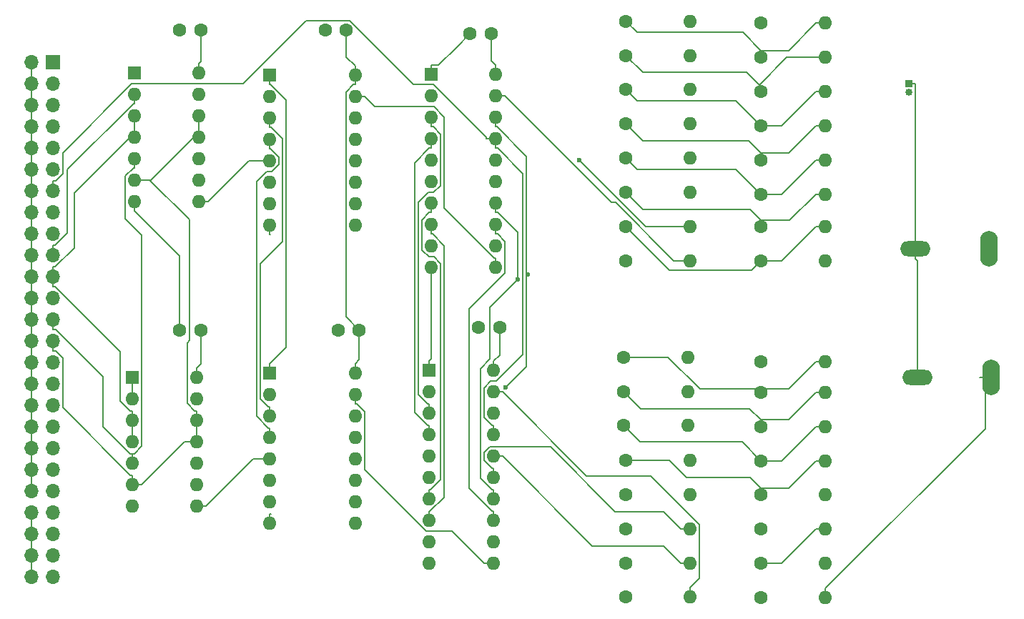
<source format=gbr>
%TF.GenerationSoftware,KiCad,Pcbnew,8.0.1*%
%TF.CreationDate,2024-06-17T09:25:23-04:00*%
%TF.ProjectId,lbporch,6c62706f-7263-4682-9e6b-696361645f70,rev?*%
%TF.SameCoordinates,Original*%
%TF.FileFunction,Copper,L2,Bot*%
%TF.FilePolarity,Positive*%
%FSLAX46Y46*%
G04 Gerber Fmt 4.6, Leading zero omitted, Abs format (unit mm)*
G04 Created by KiCad (PCBNEW 8.0.1) date 2024-06-17 09:25:23*
%MOMM*%
%LPD*%
G01*
G04 APERTURE LIST*
%TA.AperFunction,ComponentPad*%
%ADD10R,1.600000X1.600000*%
%TD*%
%TA.AperFunction,ComponentPad*%
%ADD11O,1.600000X1.600000*%
%TD*%
%TA.AperFunction,ComponentPad*%
%ADD12R,0.850000X0.850000*%
%TD*%
%TA.AperFunction,ComponentPad*%
%ADD13O,0.850000X0.850000*%
%TD*%
%TA.AperFunction,ComponentPad*%
%ADD14C,1.600000*%
%TD*%
%TA.AperFunction,ComponentPad*%
%ADD15O,2.100000X4.200000*%
%TD*%
%TA.AperFunction,ComponentPad*%
%ADD16O,3.600000X1.800000*%
%TD*%
%TA.AperFunction,ComponentPad*%
%ADD17R,1.700000X1.700000*%
%TD*%
%TA.AperFunction,ComponentPad*%
%ADD18O,1.700000X1.700000*%
%TD*%
%TA.AperFunction,ViaPad*%
%ADD19C,0.600000*%
%TD*%
%TA.AperFunction,Conductor*%
%ADD20C,0.200000*%
%TD*%
G04 APERTURE END LIST*
D10*
%TO.P,U2,1*%
%TO.N,/A1*%
X87884000Y-93726000D03*
D11*
%TO.P,U2,2*%
X87884000Y-96266000D03*
%TO.P,U2,3*%
%TO.N,/A2*%
X87884000Y-98806000D03*
%TO.P,U2,4*%
X87884000Y-101346000D03*
%TO.P,U2,5*%
%TO.N,/A4*%
X87884000Y-103886000D03*
%TO.P,U2,6*%
%TO.N,/A5*%
X87884000Y-106426000D03*
%TO.P,U2,7,GND*%
%TO.N,GND*%
X87884000Y-108966000D03*
%TO.P,U2,8*%
%TO.N,Net-(U6-E2)*%
X95504000Y-108966000D03*
%TO.P,U2,9*%
%TO.N,N/C*%
X95504000Y-106426000D03*
%TO.P,U2,10*%
X95504000Y-103886000D03*
%TO.P,U2,11*%
%TO.N,/A5*%
X95504000Y-101346000D03*
%TO.P,U2,12*%
X95504000Y-98806000D03*
%TO.P,U2,13*%
%TO.N,N/C*%
X95504000Y-96266000D03*
%TO.P,U2,14,Vcc*%
%TO.N,+5V*%
X95504000Y-93726000D03*
%TD*%
D12*
%TO.P,J4,1,Pin_1*%
%TO.N,GND*%
X179832000Y-58928000D03*
D13*
%TO.P,J4,2,Pin_2*%
%TO.N,+5V*%
X179832000Y-59928000D03*
%TD*%
D10*
%TO.P,U3,1,OE*%
%TO.N,GND*%
X123261700Y-57870000D03*
D11*
%TO.P,U3,2,O0*%
%TO.N,Net-(U3-O0)*%
X123261700Y-60410000D03*
%TO.P,U3,3,D0*%
%TO.N,/D0*%
X123261700Y-62950000D03*
%TO.P,U3,4,D1*%
%TO.N,/D1*%
X123261700Y-65490000D03*
%TO.P,U3,5,O1*%
%TO.N,Net-(U3-O1)*%
X123261700Y-68030000D03*
%TO.P,U3,6,O2*%
%TO.N,Net-(U3-O2)*%
X123261700Y-70570000D03*
%TO.P,U3,7,D2*%
%TO.N,/D2*%
X123261700Y-73110000D03*
%TO.P,U3,8,D3*%
%TO.N,/D3*%
X123261700Y-75650000D03*
%TO.P,U3,9,O3*%
%TO.N,Net-(U3-O3)*%
X123261700Y-78190000D03*
%TO.P,U3,10,GND*%
%TO.N,GND*%
X123261700Y-80730000D03*
%TO.P,U3,11,Cp*%
%TO.N,Net-(U3-Cp)*%
X130881700Y-80730000D03*
%TO.P,U3,12,O4*%
%TO.N,Net-(U3-O4)*%
X130881700Y-78190000D03*
%TO.P,U3,13,D4*%
%TO.N,/D4*%
X130881700Y-75650000D03*
%TO.P,U3,14,D5*%
%TO.N,/D5*%
X130881700Y-73110000D03*
%TO.P,U3,15,O5*%
%TO.N,Net-(U3-O5)*%
X130881700Y-70570000D03*
%TO.P,U3,16,O6*%
%TO.N,Net-(U3-O6)*%
X130881700Y-68030000D03*
%TO.P,U3,17,D6*%
%TO.N,/D6*%
X130881700Y-65490000D03*
%TO.P,U3,18,D7*%
%TO.N,/D7*%
X130881700Y-62950000D03*
%TO.P,U3,19,O7*%
%TO.N,Net-(U3-O7)*%
X130881700Y-60410000D03*
%TO.P,U3,20,VCC*%
%TO.N,+5V*%
X130881700Y-57870000D03*
%TD*%
D14*
%TO.P,C6,1*%
%TO.N,GND*%
X93492000Y-52578000D03*
%TO.P,C6,2*%
%TO.N,+5V*%
X95992000Y-52578000D03*
%TD*%
%TO.P,R24,1*%
%TO.N,Net-(R23-Pad2)*%
X162306000Y-79926000D03*
D11*
%TO.P,R24,2*%
%TO.N,Net-(J2-In)*%
X169926000Y-79926000D03*
%TD*%
D14*
%TO.P,R17,1*%
%TO.N,GND*%
X162306000Y-51774000D03*
D11*
%TO.P,R17,2*%
%TO.N,Net-(R1-Pad1)*%
X169926000Y-51774000D03*
%TD*%
D14*
%TO.P,R32,1*%
%TO.N,Net-(R15-Pad1)*%
X162306000Y-119804000D03*
D11*
%TO.P,R32,2*%
%TO.N,Net-(J3-In)*%
X169926000Y-119804000D03*
%TD*%
D14*
%TO.P,R18,1*%
%TO.N,Net-(R1-Pad1)*%
X162306000Y-55824000D03*
D11*
%TO.P,R18,2*%
%TO.N,Net-(R18-Pad2)*%
X169926000Y-55824000D03*
%TD*%
D14*
%TO.P,C4,1*%
%TO.N,GND*%
X112248000Y-88138000D03*
%TO.P,C4,2*%
%TO.N,+5V*%
X114748000Y-88138000D03*
%TD*%
D10*
%TO.P,U1,1*%
%TO.N,/A1*%
X88138000Y-57653000D03*
D11*
%TO.P,U1,2*%
X88138000Y-60193000D03*
%TO.P,U1,3*%
%TO.N,/A2*%
X88138000Y-62733000D03*
%TO.P,U1,4*%
X88138000Y-65273000D03*
%TO.P,U1,5*%
%TO.N,/A4*%
X88138000Y-67813000D03*
%TO.P,U1,6*%
%TO.N,/A5*%
X88138000Y-70353000D03*
%TO.P,U1,7,GND*%
%TO.N,GND*%
X88138000Y-72893000D03*
%TO.P,U1,8*%
%TO.N,Net-(U5-E2)*%
X95758000Y-72893000D03*
%TO.P,U1,9*%
%TO.N,N/C*%
X95758000Y-70353000D03*
%TO.P,U1,10*%
X95758000Y-67813000D03*
%TO.P,U1,11*%
%TO.N,/A5*%
X95758000Y-65273000D03*
%TO.P,U1,12*%
X95758000Y-62733000D03*
%TO.P,U1,13*%
%TO.N,N/C*%
X95758000Y-60193000D03*
%TO.P,U1,14,Vcc*%
%TO.N,+5V*%
X95758000Y-57653000D03*
%TD*%
D14*
%TO.P,R26,1*%
%TO.N,Net-(R25-Pad2)*%
X162306000Y-95504000D03*
D11*
%TO.P,R26,2*%
%TO.N,Net-(R10-Pad1)*%
X169926000Y-95504000D03*
%TD*%
D14*
%TO.P,R28,1*%
%TO.N,Net-(R11-Pad1)*%
X162306000Y-103604000D03*
D11*
%TO.P,R28,2*%
%TO.N,Net-(R12-Pad1)*%
X169926000Y-103604000D03*
%TD*%
D14*
%TO.P,R1,1*%
%TO.N,Net-(R1-Pad1)*%
X146304000Y-51548000D03*
D11*
%TO.P,R1,2*%
%TO.N,Net-(U3-O0)*%
X153924000Y-51548000D03*
%TD*%
D14*
%TO.P,R25,1*%
%TO.N,GND*%
X162306000Y-91892000D03*
D11*
%TO.P,R25,2*%
%TO.N,Net-(R25-Pad2)*%
X169926000Y-91892000D03*
%TD*%
D14*
%TO.P,C3,1*%
%TO.N,GND*%
X128849700Y-87842000D03*
%TO.P,C3,2*%
%TO.N,+5V*%
X131349700Y-87842000D03*
%TD*%
%TO.P,R29,1*%
%TO.N,Net-(R12-Pad1)*%
X162306000Y-107654000D03*
D11*
%TO.P,R29,2*%
%TO.N,Net-(R13-Pad1)*%
X169926000Y-107654000D03*
%TD*%
D14*
%TO.P,R13,1*%
%TO.N,Net-(R13-Pad1)*%
X146304000Y-107612000D03*
D11*
%TO.P,R13,2*%
%TO.N,Net-(U4-O4)*%
X153924000Y-107612000D03*
%TD*%
D14*
%TO.P,R20,1*%
%TO.N,Net-(R19-Pad2)*%
X162306000Y-63924000D03*
D11*
%TO.P,R20,2*%
%TO.N,Net-(R20-Pad2)*%
X169926000Y-63924000D03*
%TD*%
D10*
%TO.P,U5,1,A0*%
%TO.N,/A0*%
X104100000Y-57927000D03*
D11*
%TO.P,U5,2,A1*%
%TO.N,/A2*%
X104100000Y-60467000D03*
%TO.P,U5,3,A2*%
%TO.N,/A7*%
X104100000Y-63007000D03*
%TO.P,U5,4,E1*%
%TO.N,/XOUT*%
X104100000Y-65547000D03*
%TO.P,U5,5,E2*%
%TO.N,Net-(U5-E2)*%
X104100000Y-68087000D03*
%TO.P,U5,6,E3*%
%TO.N,unconnected-(U5-E3-Pad6)*%
X104100000Y-70627000D03*
%TO.P,U5,7,O7*%
%TO.N,unconnected-(U5-O7-Pad7)*%
X104100000Y-73167000D03*
%TO.P,U5,8,GND*%
%TO.N,GND*%
X104100000Y-75707000D03*
%TO.P,U5,9,O6*%
%TO.N,unconnected-(U5-O6-Pad9)*%
X114260000Y-75707000D03*
%TO.P,U5,10,O5*%
%TO.N,unconnected-(U5-O5-Pad10)*%
X114260000Y-73167000D03*
%TO.P,U5,11,O4*%
%TO.N,unconnected-(U5-O4-Pad11)*%
X114260000Y-70627000D03*
%TO.P,U5,12,O3*%
%TO.N,unconnected-(U5-O3-Pad12)*%
X114260000Y-68087000D03*
%TO.P,U5,13,O2*%
%TO.N,unconnected-(U5-O2-Pad13)*%
X114260000Y-65547000D03*
%TO.P,U5,14,O1*%
%TO.N,unconnected-(U5-O1-Pad14)*%
X114260000Y-63007000D03*
%TO.P,U5,15,O0*%
%TO.N,Net-(U3-Cp)*%
X114260000Y-60467000D03*
%TO.P,U5,16,VCC*%
%TO.N,+5V*%
X114260000Y-57927000D03*
%TD*%
D14*
%TO.P,R22,1*%
%TO.N,Net-(R21-Pad2)*%
X162306000Y-72024000D03*
D11*
%TO.P,R22,2*%
%TO.N,Net-(R22-Pad2)*%
X169926000Y-72024000D03*
%TD*%
D14*
%TO.P,R31,1*%
%TO.N,Net-(R14-Pad1)*%
X162306000Y-115754000D03*
D11*
%TO.P,R31,2*%
%TO.N,Net-(R15-Pad1)*%
X169926000Y-115754000D03*
%TD*%
D14*
%TO.P,R4,1*%
%TO.N,Net-(R20-Pad2)*%
X146304000Y-63698000D03*
D11*
%TO.P,R4,2*%
%TO.N,Net-(U3-O3)*%
X153924000Y-63698000D03*
%TD*%
D15*
%TO.P,J3,1,In*%
%TO.N,Net-(J3-In)*%
X189515000Y-93726000D03*
D16*
%TO.P,J3,2,Ext*%
%TO.N,GND*%
X180815000Y-93726000D03*
%TD*%
D14*
%TO.P,R14,1*%
%TO.N,Net-(R14-Pad1)*%
X146304000Y-111662000D03*
D11*
%TO.P,R14,2*%
%TO.N,Net-(U4-O5)*%
X153924000Y-111662000D03*
%TD*%
D14*
%TO.P,R16,1*%
%TO.N,Net-(J3-In)*%
X146304000Y-119762000D03*
D11*
%TO.P,R16,2*%
%TO.N,Net-(U4-O7)*%
X153924000Y-119762000D03*
%TD*%
D10*
%TO.P,U6,1,A0*%
%TO.N,/A0*%
X104120000Y-93218000D03*
D11*
%TO.P,U6,2,A1*%
%TO.N,/A3*%
X104120000Y-95758000D03*
%TO.P,U6,3,A2*%
%TO.N,/A7*%
X104120000Y-98298000D03*
%TO.P,U6,4,E1*%
%TO.N,/XOUT*%
X104120000Y-100838000D03*
%TO.P,U6,5,E2*%
%TO.N,Net-(U6-E2)*%
X104120000Y-103378000D03*
%TO.P,U6,6,E3*%
%TO.N,unconnected-(U6-E3-Pad6)*%
X104120000Y-105918000D03*
%TO.P,U6,7,O7*%
%TO.N,unconnected-(U6-O7-Pad7)*%
X104120000Y-108458000D03*
%TO.P,U6,8,GND*%
%TO.N,GND*%
X104120000Y-110998000D03*
%TO.P,U6,9,O6*%
%TO.N,unconnected-(U6-O6-Pad9)*%
X114280000Y-110998000D03*
%TO.P,U6,10,O5*%
%TO.N,unconnected-(U6-O5-Pad10)*%
X114280000Y-108458000D03*
%TO.P,U6,11,O4*%
%TO.N,unconnected-(U6-O4-Pad11)*%
X114280000Y-105918000D03*
%TO.P,U6,12,O3*%
%TO.N,unconnected-(U6-O3-Pad12)*%
X114280000Y-103378000D03*
%TO.P,U6,13,O2*%
%TO.N,unconnected-(U6-O2-Pad13)*%
X114280000Y-100838000D03*
%TO.P,U6,14,O1*%
%TO.N,unconnected-(U6-O1-Pad14)*%
X114280000Y-98298000D03*
%TO.P,U6,15,O0*%
%TO.N,Net-(U4-Cp)*%
X114280000Y-95758000D03*
%TO.P,U6,16,VCC*%
%TO.N,+5V*%
X114280000Y-93218000D03*
%TD*%
D14*
%TO.P,R10,1*%
%TO.N,Net-(R10-Pad1)*%
X146050000Y-95392000D03*
D11*
%TO.P,R10,2*%
%TO.N,Net-(U4-O1)*%
X153670000Y-95392000D03*
%TD*%
D14*
%TO.P,R30,1*%
%TO.N,Net-(R13-Pad1)*%
X162306000Y-111704000D03*
D11*
%TO.P,R30,2*%
%TO.N,Net-(R14-Pad1)*%
X169926000Y-111704000D03*
%TD*%
D14*
%TO.P,C2,1*%
%TO.N,GND*%
X127873700Y-53044000D03*
%TO.P,C2,2*%
%TO.N,+5V*%
X130373700Y-53044000D03*
%TD*%
%TO.P,R11,1*%
%TO.N,Net-(R11-Pad1)*%
X146050000Y-99442000D03*
D11*
%TO.P,R11,2*%
%TO.N,Net-(U4-O2)*%
X153670000Y-99442000D03*
%TD*%
D14*
%TO.P,R12,1*%
%TO.N,Net-(R12-Pad1)*%
X146304000Y-103562000D03*
D11*
%TO.P,R12,2*%
%TO.N,Net-(U4-O3)*%
X153924000Y-103562000D03*
%TD*%
D14*
%TO.P,R15,1*%
%TO.N,Net-(R15-Pad1)*%
X146304000Y-115712000D03*
D11*
%TO.P,R15,2*%
%TO.N,Net-(U4-O6)*%
X153924000Y-115712000D03*
%TD*%
D10*
%TO.P,U4,1,OE*%
%TO.N,GND*%
X123007700Y-92922000D03*
D11*
%TO.P,U4,2,O0*%
%TO.N,Net-(U4-O0)*%
X123007700Y-95462000D03*
%TO.P,U4,3,D0*%
%TO.N,/D0*%
X123007700Y-98002000D03*
%TO.P,U4,4,D1*%
%TO.N,/D1*%
X123007700Y-100542000D03*
%TO.P,U4,5,O1*%
%TO.N,Net-(U4-O1)*%
X123007700Y-103082000D03*
%TO.P,U4,6,O2*%
%TO.N,Net-(U4-O2)*%
X123007700Y-105622000D03*
%TO.P,U4,7,D2*%
%TO.N,/D2*%
X123007700Y-108162000D03*
%TO.P,U4,8,D3*%
%TO.N,/D3*%
X123007700Y-110702000D03*
%TO.P,U4,9,O3*%
%TO.N,Net-(U4-O3)*%
X123007700Y-113242000D03*
%TO.P,U4,10,GND*%
%TO.N,GND*%
X123007700Y-115782000D03*
%TO.P,U4,11,Cp*%
%TO.N,Net-(U4-Cp)*%
X130627700Y-115782000D03*
%TO.P,U4,12,O4*%
%TO.N,Net-(U4-O4)*%
X130627700Y-113242000D03*
%TO.P,U4,13,D4*%
%TO.N,/D4*%
X130627700Y-110702000D03*
%TO.P,U4,14,D5*%
%TO.N,/D5*%
X130627700Y-108162000D03*
%TO.P,U4,15,O5*%
%TO.N,Net-(U4-O5)*%
X130627700Y-105622000D03*
%TO.P,U4,16,O6*%
%TO.N,Net-(U4-O6)*%
X130627700Y-103082000D03*
%TO.P,U4,17,D6*%
%TO.N,/D6*%
X130627700Y-100542000D03*
%TO.P,U4,18,D7*%
%TO.N,/D7*%
X130627700Y-98002000D03*
%TO.P,U4,19,O7*%
%TO.N,Net-(U4-O7)*%
X130627700Y-95462000D03*
%TO.P,U4,20,VCC*%
%TO.N,+5V*%
X130627700Y-92922000D03*
%TD*%
D14*
%TO.P,R3,1*%
%TO.N,Net-(R19-Pad2)*%
X146304000Y-59648000D03*
D11*
%TO.P,R3,2*%
%TO.N,Net-(U3-O2)*%
X153924000Y-59648000D03*
%TD*%
D14*
%TO.P,R6,1*%
%TO.N,Net-(R22-Pad2)*%
X146304000Y-71798000D03*
D11*
%TO.P,R6,2*%
%TO.N,Net-(U3-O5)*%
X153924000Y-71798000D03*
%TD*%
D14*
%TO.P,R21,1*%
%TO.N,Net-(R20-Pad2)*%
X162306000Y-67974000D03*
D11*
%TO.P,R21,2*%
%TO.N,Net-(R21-Pad2)*%
X169926000Y-67974000D03*
%TD*%
D14*
%TO.P,R8,1*%
%TO.N,Net-(J2-In)*%
X146304000Y-79898000D03*
D11*
%TO.P,R8,2*%
%TO.N,Net-(U3-O7)*%
X153924000Y-79898000D03*
%TD*%
D14*
%TO.P,R27,1*%
%TO.N,Net-(R10-Pad1)*%
X162306000Y-99554000D03*
D11*
%TO.P,R27,2*%
%TO.N,Net-(R11-Pad1)*%
X169926000Y-99554000D03*
%TD*%
D14*
%TO.P,R19,1*%
%TO.N,Net-(R18-Pad2)*%
X162306000Y-59874000D03*
D11*
%TO.P,R19,2*%
%TO.N,Net-(R19-Pad2)*%
X169926000Y-59874000D03*
%TD*%
D14*
%TO.P,C5,1*%
%TO.N,GND*%
X93492000Y-88138000D03*
%TO.P,C5,2*%
%TO.N,+5V*%
X95992000Y-88138000D03*
%TD*%
%TO.P,R2,1*%
%TO.N,Net-(R18-Pad2)*%
X146304000Y-55598000D03*
D11*
%TO.P,R2,2*%
%TO.N,Net-(U3-O1)*%
X153924000Y-55598000D03*
%TD*%
D14*
%TO.P,R9,1*%
%TO.N,Net-(R25-Pad2)*%
X146050000Y-91342000D03*
D11*
%TO.P,R9,2*%
%TO.N,Net-(U4-O0)*%
X153670000Y-91342000D03*
%TD*%
D14*
%TO.P,R23,1*%
%TO.N,Net-(R22-Pad2)*%
X162306000Y-75876000D03*
D11*
%TO.P,R23,2*%
%TO.N,Net-(R23-Pad2)*%
X169926000Y-75876000D03*
%TD*%
D14*
%TO.P,R5,1*%
%TO.N,Net-(R21-Pad2)*%
X146304000Y-67748000D03*
D11*
%TO.P,R5,2*%
%TO.N,Net-(U3-O4)*%
X153924000Y-67748000D03*
%TD*%
D14*
%TO.P,R7,1*%
%TO.N,Net-(R23-Pad2)*%
X146304000Y-75848000D03*
D11*
%TO.P,R7,2*%
%TO.N,Net-(U3-O6)*%
X153924000Y-75848000D03*
%TD*%
D15*
%TO.P,J2,1,In*%
%TO.N,Net-(J2-In)*%
X189296000Y-78486000D03*
D16*
%TO.P,J2,2,Ext*%
%TO.N,GND*%
X180596000Y-78486000D03*
%TD*%
D14*
%TO.P,C1,1*%
%TO.N,GND*%
X110704000Y-52593000D03*
%TO.P,C1,2*%
%TO.N,+5V*%
X113204000Y-52593000D03*
%TD*%
D17*
%TO.P,J1,1,Pin_1*%
%TO.N,/D0*%
X78486000Y-56388000D03*
D18*
%TO.P,J1,2,Pin_2*%
%TO.N,GND*%
X75946000Y-56388000D03*
%TO.P,J1,3,Pin_3*%
%TO.N,/D1*%
X78486000Y-58928000D03*
%TO.P,J1,4,Pin_4*%
%TO.N,GND*%
X75946000Y-58928000D03*
%TO.P,J1,5,Pin_5*%
%TO.N,/D2*%
X78486000Y-61468000D03*
%TO.P,J1,6,Pin_6*%
%TO.N,GND*%
X75946000Y-61468000D03*
%TO.P,J1,7,Pin_7*%
%TO.N,/D3*%
X78486000Y-64008000D03*
%TO.P,J1,8,Pin_8*%
%TO.N,GND*%
X75946000Y-64008000D03*
%TO.P,J1,9,Pin_9*%
%TO.N,/D4*%
X78486000Y-66548000D03*
%TO.P,J1,10,Pin_10*%
%TO.N,GND*%
X75946000Y-66548000D03*
%TO.P,J1,11,Pin_11*%
%TO.N,/D5*%
X78486000Y-69088000D03*
%TO.P,J1,12,Pin_12*%
%TO.N,GND*%
X75946000Y-69088000D03*
%TO.P,J1,13,Pin_13*%
%TO.N,/D6*%
X78486000Y-71628000D03*
%TO.P,J1,14,Pin_14*%
%TO.N,GND*%
X75946000Y-71628000D03*
%TO.P,J1,15,Pin_15*%
%TO.N,/D7*%
X78486000Y-74168000D03*
%TO.P,J1,16,Pin_16*%
%TO.N,GND*%
X75946000Y-74168000D03*
%TO.P,J1,17,Pin_17*%
%TO.N,/A0*%
X78486000Y-76708000D03*
%TO.P,J1,18,Pin_18*%
%TO.N,GND*%
X75946000Y-76708000D03*
%TO.P,J1,19,Pin_19*%
%TO.N,/A1*%
X78486000Y-79248000D03*
%TO.P,J1,20,Pin_20*%
%TO.N,GND*%
X75946000Y-79248000D03*
%TO.P,J1,21,Pin_21*%
%TO.N,/A2*%
X78486000Y-81788000D03*
%TO.P,J1,22,Pin_22*%
%TO.N,GND*%
X75946000Y-81788000D03*
%TO.P,J1,23,Pin_23*%
%TO.N,/A3*%
X78486000Y-84328000D03*
%TO.P,J1,24,Pin_24*%
%TO.N,GND*%
X75946000Y-84328000D03*
%TO.P,J1,25,Pin_25*%
%TO.N,/A4*%
X78486000Y-86868000D03*
%TO.P,J1,26,Pin_26*%
%TO.N,GND*%
X75946000Y-86868000D03*
%TO.P,J1,27,Pin_27*%
%TO.N,/A5*%
X78486000Y-89408000D03*
%TO.P,J1,28,Pin_28*%
%TO.N,GND*%
X75946000Y-89408000D03*
%TO.P,J1,29,Pin_29*%
%TO.N,/A6*%
X78486000Y-91948000D03*
%TO.P,J1,30,Pin_30*%
%TO.N,GND*%
X75946000Y-91948000D03*
%TO.P,J1,31,Pin_31*%
%TO.N,/A7*%
X78486000Y-94488000D03*
%TO.P,J1,32,Pin_32*%
%TO.N,GND*%
X75946000Y-94488000D03*
%TO.P,J1,33,Pin_33*%
%TO.N,/XIN*%
X78486000Y-97028000D03*
%TO.P,J1,34,Pin_34*%
%TO.N,GND*%
X75946000Y-97028000D03*
%TO.P,J1,35,Pin_35*%
%TO.N,/XOUT*%
X78486000Y-99568000D03*
%TO.P,J1,36,Pin_36*%
%TO.N,GND*%
X75946000Y-99568000D03*
%TO.P,J1,37,Pin_37*%
%TO.N,/XRESET*%
X78486000Y-102108000D03*
%TO.P,J1,38,Pin_38*%
%TO.N,GND*%
X75946000Y-102108000D03*
%TO.P,J1,39,Pin_39*%
%TO.N,/XINT*%
X78486000Y-104648000D03*
%TO.P,J1,40,Pin_40*%
%TO.N,GND*%
X75946000Y-104648000D03*
%TO.P,J1,41,Pin_41*%
%TO.N,/XWAIT*%
X78486000Y-107188000D03*
%TO.P,J1,42,Pin_42*%
%TO.N,GND*%
X75946000Y-107188000D03*
%TO.P,J1,43,Pin_43*%
%TO.N,/EXTIOSEL*%
X78486000Y-109728000D03*
%TO.P,J1,44,Pin_44*%
%TO.N,GND*%
X75946000Y-109728000D03*
%TO.P,J1,45,Pin_45*%
%TO.N,unconnected-(J1-Pin_45-Pad45)*%
X78486000Y-112268000D03*
%TO.P,J1,46,Pin_46*%
%TO.N,GND*%
X75946000Y-112268000D03*
%TO.P,J1,47,Pin_47*%
%TO.N,/XMI*%
X78486000Y-114808000D03*
%TO.P,J1,48,Pin_48*%
%TO.N,GND*%
X75946000Y-114808000D03*
%TO.P,J1,49,Pin_49*%
%TO.N,/XIDRQ*%
X78486000Y-117348000D03*
%TO.P,J1,50,Pin_50*%
%TO.N,GND*%
X75946000Y-117348000D03*
%TD*%
D19*
%TO.N,Net-(U3-O6)*%
X140820000Y-68030000D03*
%TO.N,/D7*%
X134711000Y-81514200D03*
X132087000Y-94950900D03*
%TO.N,/D5*%
X133468000Y-82173800D03*
%TD*%
D20*
%TO.N,Net-(U4-Cp)*%
X129526000Y-115782000D02*
X130627700Y-115782000D01*
X125716000Y-111972000D02*
X129526000Y-115782000D01*
X122662000Y-111972000D02*
X125716000Y-111972000D01*
X115382000Y-104692000D02*
X122662000Y-111972000D01*
X115382000Y-97823600D02*
X115382000Y-104692000D01*
X114418000Y-96859700D02*
X115382000Y-97823600D01*
X114280000Y-96859700D02*
X114418000Y-96859700D01*
X114280000Y-95758000D02*
X114280000Y-96859700D01*
X130627700Y-115782000D02*
X130628000Y-115782000D01*
%TO.N,Net-(U3-Cp)*%
X130882000Y-80730000D02*
X130882000Y-80179100D01*
X115362000Y-60467000D02*
X114260000Y-60467000D01*
X116575000Y-61680000D02*
X115362000Y-60467000D01*
X123572000Y-61680000D02*
X116575000Y-61680000D01*
X124782000Y-62890200D02*
X123572000Y-61680000D01*
X124782000Y-73666300D02*
X124782000Y-62890200D01*
X130744000Y-79628300D02*
X124782000Y-73666300D01*
X130882000Y-79628300D02*
X130744000Y-79628300D01*
X130882000Y-80179100D02*
X130882000Y-79628300D01*
X130881700Y-80179400D02*
X130881700Y-80730000D01*
X130882000Y-80179100D02*
X130881700Y-80179400D01*
%TO.N,Net-(U6-E2)*%
X102194000Y-103378000D02*
X104120000Y-103378000D01*
X96605700Y-108966000D02*
X102194000Y-103378000D01*
X95504000Y-108966000D02*
X96605700Y-108966000D01*
%TO.N,Net-(U5-E2)*%
X101666000Y-68087000D02*
X104100000Y-68087000D01*
X96859700Y-72893000D02*
X101666000Y-68087000D01*
X95758000Y-72893000D02*
X96859700Y-72893000D01*
%TO.N,Net-(U4-O7)*%
X131729000Y-95462000D02*
X130628000Y-95462000D01*
X141667000Y-105400000D02*
X131729000Y-95462000D01*
X149225000Y-105400000D02*
X141667000Y-105400000D01*
X155030000Y-111205000D02*
X149225000Y-105400000D01*
X155030000Y-117554000D02*
X155030000Y-111205000D01*
X153924000Y-118660000D02*
X155030000Y-117554000D01*
X153924000Y-119762000D02*
X153924000Y-118660000D01*
X130628000Y-95462000D02*
X130627700Y-95462000D01*
%TO.N,Net-(U4-O6)*%
X131729000Y-103082000D02*
X130628000Y-103082000D01*
X142334000Y-113687000D02*
X131729000Y-103082000D01*
X150797000Y-113687000D02*
X142334000Y-113687000D01*
X152822000Y-115712000D02*
X150797000Y-113687000D01*
X153924000Y-115712000D02*
X152822000Y-115712000D01*
X130628000Y-103082000D02*
X130627700Y-103082000D01*
%TO.N,Net-(U4-O5)*%
X130628000Y-105622000D02*
X130628000Y-105071000D01*
X152822000Y-111662000D02*
X153924000Y-111662000D01*
X150797000Y-109637000D02*
X152822000Y-111662000D01*
X145038000Y-109637000D02*
X150797000Y-109637000D01*
X137379000Y-101978000D02*
X145038000Y-109637000D01*
X130174000Y-101978000D02*
X137379000Y-101978000D01*
X129508000Y-102643000D02*
X130174000Y-101978000D01*
X129508000Y-103538000D02*
X129508000Y-102643000D01*
X130490000Y-104520000D02*
X129508000Y-103538000D01*
X130628000Y-104520000D02*
X130490000Y-104520000D01*
X130628000Y-105071000D02*
X130628000Y-104520000D01*
X130627700Y-105071300D02*
X130627700Y-105622000D01*
X130628000Y-105071000D02*
X130627700Y-105071300D01*
%TO.N,Net-(R14-Pad1)*%
X164774000Y-115754000D02*
X162306000Y-115754000D01*
X168824000Y-111704000D02*
X164774000Y-115754000D01*
X169926000Y-111704000D02*
X168824000Y-111704000D01*
%TO.N,Net-(R12-Pad1)*%
X162306000Y-106860000D02*
X162306000Y-107654000D01*
X168824000Y-103604000D02*
X169926000Y-103604000D01*
X165569000Y-106860000D02*
X168824000Y-103604000D01*
X162306000Y-106860000D02*
X165569000Y-106860000D01*
X161033000Y-105587000D02*
X162306000Y-106860000D01*
X153455000Y-105587000D02*
X161033000Y-105587000D01*
X151430000Y-103562000D02*
X153455000Y-105587000D01*
X146304000Y-103562000D02*
X151430000Y-103562000D01*
%TO.N,Net-(R11-Pad1)*%
X164774000Y-103604000D02*
X162306000Y-103604000D01*
X168824000Y-99554000D02*
X164774000Y-103604000D01*
X169926000Y-99554000D02*
X168824000Y-99554000D01*
X160077000Y-101375000D02*
X162306000Y-103604000D01*
X147983000Y-101375000D02*
X160077000Y-101375000D01*
X146050000Y-99442000D02*
X147983000Y-101375000D01*
%TO.N,Net-(R10-Pad1)*%
X168824000Y-95504000D02*
X169926000Y-95504000D01*
X165569000Y-98759700D02*
X168824000Y-95504000D01*
X162306000Y-98759700D02*
X165569000Y-98759700D01*
X162306000Y-99554000D02*
X162306000Y-98759700D01*
X160963000Y-97417000D02*
X162306000Y-98759700D01*
X148075000Y-97417000D02*
X160963000Y-97417000D01*
X146050000Y-95392000D02*
X148075000Y-97417000D01*
%TO.N,Net-(R25-Pad2)*%
X155070000Y-95103800D02*
X162306000Y-95103800D01*
X151308000Y-91342000D02*
X155070000Y-95103800D01*
X146050000Y-91342000D02*
X151308000Y-91342000D01*
X162306000Y-95504000D02*
X162306000Y-95103800D01*
X168824000Y-91892000D02*
X169926000Y-91892000D01*
X165612000Y-95103800D02*
X168824000Y-91892000D01*
X162306000Y-95103800D02*
X165612000Y-95103800D01*
%TO.N,Net-(U3-O7)*%
X151946000Y-79898000D02*
X153924000Y-79898000D01*
X145079000Y-73031500D02*
X151946000Y-79898000D01*
X144605000Y-73031500D02*
X145079000Y-73031500D01*
X131983000Y-60410000D02*
X144605000Y-73031500D01*
X130882000Y-60410000D02*
X131983000Y-60410000D01*
X130882000Y-60410000D02*
X130881700Y-60410000D01*
%TO.N,Net-(R23-Pad2)*%
X161213000Y-81018700D02*
X162306000Y-79926000D01*
X151475000Y-81018700D02*
X161213000Y-81018700D01*
X146304000Y-75848000D02*
X151475000Y-81018700D01*
X164774000Y-79926000D02*
X162306000Y-79926000D01*
X168824000Y-75876000D02*
X164774000Y-79926000D01*
X169926000Y-75876000D02*
X168824000Y-75876000D01*
%TO.N,Net-(U3-O6)*%
X148638000Y-75848000D02*
X140820000Y-68030000D01*
X153924000Y-75848000D02*
X148638000Y-75848000D01*
%TO.N,Net-(R22-Pad2)*%
X160995000Y-73820000D02*
X162306000Y-75131200D01*
X148326000Y-73820000D02*
X160995000Y-73820000D01*
X146304000Y-71798000D02*
X148326000Y-73820000D01*
X162306000Y-75876000D02*
X162306000Y-75131200D01*
X168824000Y-72024000D02*
X169926000Y-72024000D01*
X165717000Y-75131200D02*
X168824000Y-72024000D01*
X162306000Y-75131200D02*
X165717000Y-75131200D01*
%TO.N,Net-(R21-Pad2)*%
X164774000Y-72024000D02*
X162306000Y-72024000D01*
X168824000Y-67974000D02*
X164774000Y-72024000D01*
X169926000Y-67974000D02*
X168824000Y-67974000D01*
X159356000Y-69074200D02*
X162306000Y-72024000D01*
X147630000Y-69074200D02*
X159356000Y-69074200D01*
X146304000Y-67748000D02*
X147630000Y-69074200D01*
%TO.N,Net-(R20-Pad2)*%
X160849000Y-65723000D02*
X162306000Y-67179700D01*
X148329000Y-65723000D02*
X160849000Y-65723000D01*
X146304000Y-63698000D02*
X148329000Y-65723000D01*
X165569000Y-67179700D02*
X162306000Y-67179700D01*
X168824000Y-63924000D02*
X165569000Y-67179700D01*
X169926000Y-63924000D02*
X168824000Y-63924000D01*
X162306000Y-67179700D02*
X162306000Y-67974000D01*
%TO.N,Net-(R19-Pad2)*%
X159356000Y-60974200D02*
X162306000Y-63924000D01*
X147630000Y-60974200D02*
X159356000Y-60974200D01*
X146304000Y-59648000D02*
X147630000Y-60974200D01*
X164774000Y-63924000D02*
X162306000Y-63924000D01*
X168824000Y-59874000D02*
X164774000Y-63924000D01*
X169926000Y-59874000D02*
X168824000Y-59874000D01*
%TO.N,Net-(R18-Pad2)*%
X162084000Y-59652500D02*
X162084000Y-59079700D01*
X162306000Y-59874000D02*
X162084000Y-59652500D01*
X160628000Y-57623000D02*
X162084000Y-59079700D01*
X148329000Y-57623000D02*
X160628000Y-57623000D01*
X146304000Y-55598000D02*
X148329000Y-57623000D01*
X165340000Y-55824000D02*
X162084000Y-59079700D01*
X169926000Y-55824000D02*
X165340000Y-55824000D01*
%TO.N,Net-(R1-Pad1)*%
X165569000Y-55029700D02*
X162306000Y-55029700D01*
X168824000Y-51774000D02*
X165569000Y-55029700D01*
X169926000Y-51774000D02*
X168824000Y-51774000D01*
X162306000Y-55029700D02*
X162306000Y-55824000D01*
X160150000Y-52874200D02*
X162306000Y-55029700D01*
X147630000Y-52874200D02*
X160150000Y-52874200D01*
X146304000Y-51548000D02*
X147630000Y-52874200D01*
%TO.N,Net-(J3-In)*%
X169926000Y-119804000D02*
X169926000Y-118702000D01*
X189515000Y-93726000D02*
X188839000Y-93726000D01*
X188839000Y-93726000D02*
X188163000Y-93726000D01*
X188839000Y-99789000D02*
X169926000Y-118702000D01*
X188839000Y-93726000D02*
X188839000Y-99789000D01*
%TO.N,/D7*%
X134560000Y-81514200D02*
X134711000Y-81514200D01*
X134560000Y-92478300D02*
X132087000Y-94950900D01*
X134560000Y-81514200D02*
X134560000Y-92478300D01*
X130882000Y-62950000D02*
X130882000Y-63500800D01*
X134560000Y-67591800D02*
X134560000Y-81514200D01*
X131019000Y-64051700D02*
X134560000Y-67591800D01*
X130882000Y-64051700D02*
X131019000Y-64051700D01*
X130882000Y-63500800D02*
X130882000Y-64051700D01*
X130881700Y-63500500D02*
X130881700Y-62950000D01*
X130882000Y-63500800D02*
X130881700Y-63500500D01*
%TO.N,/D0*%
X123261700Y-62950000D02*
X123262000Y-62950000D01*
X123008000Y-98002000D02*
X123008000Y-97451100D01*
X123262000Y-64051700D02*
X123262000Y-62950000D01*
X123490000Y-64051700D02*
X123262000Y-64051700D01*
X124371000Y-64932800D02*
X123490000Y-64051700D01*
X124371000Y-71025500D02*
X124371000Y-64932800D01*
X123557000Y-71840000D02*
X124371000Y-71025500D01*
X122930000Y-71840000D02*
X123557000Y-71840000D01*
X121748000Y-73022000D02*
X122930000Y-71840000D01*
X121748000Y-95778600D02*
X121748000Y-73022000D01*
X122870000Y-96900300D02*
X121748000Y-95778600D01*
X123008000Y-96900300D02*
X122870000Y-96900300D01*
X123008000Y-97451100D02*
X123008000Y-96900300D01*
X123007700Y-97451400D02*
X123007700Y-98002000D01*
X123008000Y-97451100D02*
X123007700Y-97451400D01*
%TO.N,/D1*%
X123261700Y-65490000D02*
X123262000Y-65490000D01*
X123008000Y-100542000D02*
X123008000Y-99991100D01*
X123262000Y-66591700D02*
X123262000Y-65490000D01*
X123033000Y-66591700D02*
X123262000Y-66591700D01*
X121320000Y-68305000D02*
X123033000Y-66591700D01*
X121320000Y-97890400D02*
X121320000Y-68305000D01*
X122870000Y-99440300D02*
X121320000Y-97890400D01*
X123008000Y-99440300D02*
X122870000Y-99440300D01*
X123008000Y-99991100D02*
X123008000Y-99440300D01*
X123007700Y-99991400D02*
X123007700Y-100542000D01*
X123008000Y-99991100D02*
X123007700Y-99991400D01*
%TO.N,/D3*%
X123261700Y-75650000D02*
X123262000Y-75650000D01*
X123008000Y-110702000D02*
X123008000Y-110151000D01*
X123262000Y-76751700D02*
X123262000Y-75650000D01*
X123399000Y-76751700D02*
X123262000Y-76751700D01*
X124777000Y-78128900D02*
X123399000Y-76751700D01*
X124777000Y-107955000D02*
X124777000Y-78128900D01*
X123132000Y-109600000D02*
X124777000Y-107955000D01*
X123008000Y-109600000D02*
X123132000Y-109600000D01*
X123008000Y-110151000D02*
X123008000Y-109600000D01*
X123007700Y-110151300D02*
X123007700Y-110702000D01*
X123008000Y-110151000D02*
X123007700Y-110151300D01*
%TO.N,/D2*%
X123261700Y-73110000D02*
X123262000Y-73110000D01*
X123008000Y-108162000D02*
X123008000Y-107611000D01*
X123262000Y-74211700D02*
X123262000Y-73110000D01*
X123033000Y-74211700D02*
X123262000Y-74211700D01*
X122150000Y-75095100D02*
X123033000Y-74211700D01*
X122150000Y-78643200D02*
X122150000Y-75095100D01*
X122967000Y-79460000D02*
X122150000Y-78643200D01*
X123593000Y-79460000D02*
X122967000Y-79460000D01*
X124368000Y-80235200D02*
X123593000Y-79460000D01*
X124368000Y-105837000D02*
X124368000Y-80235200D01*
X123145000Y-107060000D02*
X124368000Y-105837000D01*
X123008000Y-107060000D02*
X123145000Y-107060000D01*
X123008000Y-107611000D02*
X123008000Y-107060000D01*
X123007700Y-107611300D02*
X123007700Y-108162000D01*
X123008000Y-107611000D02*
X123007700Y-107611300D01*
%TO.N,/D6*%
X129780000Y-65490000D02*
X130881700Y-65490000D01*
X129780000Y-65261700D02*
X129780000Y-65490000D01*
X123517000Y-58998400D02*
X129780000Y-65261700D01*
X121176000Y-58998400D02*
X123517000Y-58998400D01*
X113652000Y-51474300D02*
X121176000Y-58998400D01*
X108467000Y-51474300D02*
X113652000Y-51474300D01*
X101018000Y-58923000D02*
X108467000Y-51474300D01*
X87827800Y-58923000D02*
X101018000Y-58923000D01*
X79637700Y-67113100D02*
X87827800Y-58923000D01*
X79637700Y-69612600D02*
X79637700Y-67113100D01*
X78774000Y-70476300D02*
X79637700Y-69612600D01*
X78486000Y-70476300D02*
X78774000Y-70476300D01*
X78486000Y-71628000D02*
X78486000Y-70476300D01*
X130628000Y-99440300D02*
X130628000Y-100542000D01*
X130490000Y-99440300D02*
X130628000Y-99440300D01*
X129498000Y-98448100D02*
X130490000Y-99440300D01*
X129498000Y-94967100D02*
X129498000Y-98448100D01*
X130273000Y-94192000D02*
X129498000Y-94967100D01*
X130966000Y-94192000D02*
X130273000Y-94192000D01*
X134100000Y-91058200D02*
X130966000Y-94192000D01*
X134100000Y-69582000D02*
X134100000Y-91058200D01*
X131110000Y-66591700D02*
X134100000Y-69582000D01*
X130882000Y-66591700D02*
X131110000Y-66591700D01*
X130882000Y-65490000D02*
X130882000Y-66591700D01*
X130881700Y-65490000D02*
X130882000Y-65490000D01*
X130627700Y-100542000D02*
X130628000Y-100542000D01*
%TO.N,/A2*%
X88138000Y-64773300D02*
X88138000Y-62733000D01*
X87884000Y-101346000D02*
X87884000Y-98806000D01*
X88138000Y-65273000D02*
X88138000Y-64773300D01*
X80981300Y-71930000D02*
X88138000Y-64773300D01*
X80981300Y-78409500D02*
X80981300Y-71930000D01*
X78754500Y-80636300D02*
X80981300Y-78409500D01*
X78486000Y-80636300D02*
X78754500Y-80636300D01*
X78486000Y-81788000D02*
X78486000Y-80636300D01*
X78486000Y-82939700D02*
X78486000Y-81788000D01*
X78734900Y-82939700D02*
X78486000Y-82939700D01*
X86444200Y-90649000D02*
X78734900Y-82939700D01*
X86444200Y-96492800D02*
X86444200Y-90649000D01*
X87655700Y-97704300D02*
X86444200Y-96492800D01*
X87884000Y-97704300D02*
X87655700Y-97704300D01*
X87884000Y-98806000D02*
X87884000Y-97704300D01*
%TO.N,/D4*%
X130881700Y-75650000D02*
X130882000Y-75650000D01*
X130628000Y-110702000D02*
X130628000Y-110151000D01*
X130882000Y-76751700D02*
X130882000Y-75650000D01*
X131110000Y-76751700D02*
X130882000Y-76751700D01*
X132003000Y-77644300D02*
X131110000Y-76751700D01*
X132003000Y-81339500D02*
X132003000Y-77644300D01*
X127718000Y-85624200D02*
X132003000Y-81339500D01*
X127718000Y-106828000D02*
X127718000Y-85624200D01*
X130490000Y-109600000D02*
X127718000Y-106828000D01*
X130628000Y-109600000D02*
X130490000Y-109600000D01*
X130628000Y-110151000D02*
X130628000Y-109600000D01*
X130627700Y-110151300D02*
X130627700Y-110702000D01*
X130628000Y-110151000D02*
X130627700Y-110151300D01*
%TO.N,/A4*%
X87884000Y-103886000D02*
X87884000Y-102784000D01*
X88089500Y-102784000D02*
X87884000Y-102784000D01*
X88987900Y-101886000D02*
X88089500Y-102784000D01*
X88987900Y-76857100D02*
X88987900Y-101886000D01*
X87030000Y-74899200D02*
X88987900Y-76857100D01*
X87030000Y-69885000D02*
X87030000Y-74899200D01*
X88000300Y-68914700D02*
X87030000Y-69885000D01*
X88138000Y-68914700D02*
X88000300Y-68914700D01*
X88138000Y-67813000D02*
X88138000Y-68914700D01*
X87655700Y-102784000D02*
X87884000Y-102784000D01*
X84413200Y-99541800D02*
X87655700Y-102784000D01*
X84413200Y-93659000D02*
X84413200Y-99541800D01*
X78773900Y-88019700D02*
X84413200Y-93659000D01*
X78486000Y-88019700D02*
X78773900Y-88019700D01*
X78486000Y-86868000D02*
X78486000Y-88019700D01*
%TO.N,/A5*%
X95758000Y-65273000D02*
X95758000Y-64721500D01*
X95758000Y-64721500D02*
X90030900Y-70448600D01*
X89935300Y-70353000D02*
X90030900Y-70448600D01*
X88138000Y-70353000D02*
X89935300Y-70353000D01*
X95504000Y-98806000D02*
X95504000Y-101346000D01*
X95758000Y-64721500D02*
X95758000Y-62733000D01*
X95504000Y-97704300D02*
X95504000Y-98806000D01*
X95275700Y-97704300D02*
X95504000Y-97704300D01*
X94349800Y-96778400D02*
X95275700Y-97704300D01*
X94349800Y-89630400D02*
X94349800Y-96778400D01*
X94635400Y-89344800D02*
X94349800Y-89630400D01*
X94635400Y-75053100D02*
X94635400Y-89344800D01*
X90030900Y-70448600D02*
X94635400Y-75053100D01*
X88985700Y-106426000D02*
X87884000Y-106426000D01*
X94065700Y-101346000D02*
X88985700Y-106426000D01*
X95504000Y-101346000D02*
X94065700Y-101346000D01*
X87884000Y-105324000D02*
X87884000Y-106426000D01*
X87655700Y-105324000D02*
X87884000Y-105324000D01*
X79637700Y-97306300D02*
X87655700Y-105324000D01*
X79637700Y-91423400D02*
X79637700Y-97306300D01*
X78774000Y-90559700D02*
X79637700Y-91423400D01*
X78486000Y-90559700D02*
X78774000Y-90559700D01*
X78486000Y-89408000D02*
X78486000Y-90559700D01*
%TO.N,/A0*%
X104100000Y-59028700D02*
X104100000Y-57927000D01*
X104238000Y-59028700D02*
X104100000Y-59028700D01*
X106057000Y-60848100D02*
X104238000Y-59028700D01*
X106057000Y-90179200D02*
X106057000Y-60848100D01*
X104120000Y-92116300D02*
X106057000Y-90179200D01*
X104120000Y-93218000D02*
X104120000Y-92116300D01*
%TO.N,/D5*%
X130628000Y-107060000D02*
X130628000Y-107611000D01*
X130490000Y-107060000D02*
X130628000Y-107060000D01*
X129087000Y-105658000D02*
X130490000Y-107060000D01*
X129087000Y-92713200D02*
X129087000Y-105658000D01*
X130228000Y-91572900D02*
X129087000Y-92713200D01*
X130228000Y-85414300D02*
X130228000Y-91572900D01*
X133468000Y-82173800D02*
X130228000Y-85414300D01*
X130628000Y-107611000D02*
X130628000Y-108162000D01*
X130627700Y-107611300D02*
X130627700Y-108162000D01*
X130628000Y-107611000D02*
X130627700Y-107611300D01*
X130882000Y-73110000D02*
X130882000Y-73660800D01*
X133468000Y-76569700D02*
X133468000Y-82173800D01*
X131110000Y-74211700D02*
X133468000Y-76569700D01*
X130882000Y-74211700D02*
X131110000Y-74211700D01*
X130882000Y-73660800D02*
X130882000Y-74211700D01*
X130881700Y-73660500D02*
X130881700Y-73110000D01*
X130882000Y-73660800D02*
X130881700Y-73660500D01*
%TO.N,/XOUT*%
X104120000Y-99736300D02*
X104120000Y-100838000D01*
X103982000Y-99736300D02*
X104120000Y-99736300D01*
X102579000Y-98333400D02*
X103982000Y-99736300D01*
X102579000Y-70560800D02*
X102579000Y-98333400D01*
X103783000Y-69357000D02*
X102579000Y-70560800D01*
X104392000Y-69357000D02*
X103783000Y-69357000D01*
X105251000Y-68498800D02*
X104392000Y-69357000D01*
X105251000Y-67657900D02*
X105251000Y-68498800D01*
X104242000Y-66648700D02*
X105251000Y-67657900D01*
X104100000Y-66648700D02*
X104242000Y-66648700D01*
X104100000Y-65547000D02*
X104100000Y-66648700D01*
%TO.N,/A1*%
X87884000Y-96266000D02*
X87884000Y-93726000D01*
X78486000Y-78096300D02*
X78486000Y-79248000D01*
X78754500Y-78096300D02*
X78486000Y-78096300D01*
X80202400Y-76648400D02*
X78754500Y-78096300D01*
X80202400Y-69092600D02*
X80202400Y-76648400D01*
X88000300Y-61294700D02*
X80202400Y-69092600D01*
X88138000Y-61294700D02*
X88000300Y-61294700D01*
X88138000Y-60193000D02*
X88138000Y-61294700D01*
%TO.N,/A7*%
X104100000Y-64108700D02*
X104100000Y-63007000D01*
X104328000Y-64108700D02*
X104100000Y-64108700D01*
X105654000Y-65434300D02*
X104328000Y-64108700D01*
X105654000Y-77635500D02*
X105654000Y-65434300D01*
X103018000Y-80271100D02*
X105654000Y-77635500D01*
X103018000Y-96232400D02*
X103018000Y-80271100D01*
X103982000Y-97196300D02*
X103018000Y-96232400D01*
X104120000Y-97196300D02*
X103982000Y-97196300D01*
X104120000Y-98298000D02*
X104120000Y-97196300D01*
%TO.N,GND*%
X75946000Y-71628000D02*
X75946000Y-69088000D01*
X75946000Y-97028000D02*
X75946000Y-94488000D01*
X75946000Y-104648000D02*
X75946000Y-102108000D01*
X75946000Y-89408000D02*
X75946000Y-86868000D01*
X75946000Y-107188000D02*
X75946000Y-104648000D01*
X75946000Y-91948000D02*
X75946000Y-89408000D01*
X75946000Y-102108000D02*
X75946000Y-99568000D01*
X75946000Y-61468000D02*
X75946000Y-58928000D01*
X75946000Y-79248000D02*
X75946000Y-76708000D01*
X75946000Y-86868000D02*
X75946000Y-84328000D01*
X104120000Y-109896000D02*
X104258000Y-109896000D01*
X104120000Y-110998000D02*
X104120000Y-109896000D01*
X75946000Y-94488000D02*
X75946000Y-91948000D01*
X75946000Y-64008000D02*
X75946000Y-61468000D01*
X75946000Y-112268000D02*
X75946000Y-109728000D01*
X75946000Y-69088000D02*
X75946000Y-66548000D01*
X75946000Y-117348000D02*
X75946000Y-114808000D01*
X75946000Y-58928000D02*
X75946000Y-56388000D01*
X104100000Y-76808700D02*
X104186000Y-76808700D01*
X104100000Y-75707000D02*
X104100000Y-76808700D01*
X75946000Y-114808000D02*
X75946000Y-112268000D01*
X93492000Y-79348700D02*
X93492000Y-88138000D01*
X88138000Y-73994700D02*
X93492000Y-79348700D01*
X88138000Y-72893000D02*
X88138000Y-73994700D01*
X75946000Y-66548000D02*
X75946000Y-64008000D01*
X75946000Y-99568000D02*
X75946000Y-97028000D01*
X75946000Y-76708000D02*
X75946000Y-74168000D01*
X75946000Y-74168000D02*
X75946000Y-71628000D01*
X75946000Y-84328000D02*
X75946000Y-81788000D01*
X75946000Y-81788000D02*
X75946000Y-79248000D01*
X123261700Y-57870000D02*
X123262000Y-57870000D01*
X123262000Y-91566000D02*
X123262000Y-81280800D01*
X123008000Y-91820300D02*
X123262000Y-91566000D01*
X123008000Y-92922000D02*
X123008000Y-91820300D01*
X180815000Y-92524300D02*
X180844000Y-92495600D01*
X180815000Y-93726000D02*
X180815000Y-92524300D01*
X127874000Y-53044000D02*
X126277600Y-54640100D01*
X126277600Y-54640100D02*
X127873700Y-53044000D01*
X123262000Y-56768300D02*
X123262000Y-57870000D01*
X124149000Y-56768300D02*
X123262000Y-56768300D01*
X126277600Y-54640100D02*
X124149000Y-56768300D01*
X128850000Y-87419700D02*
X128850000Y-87630800D01*
X179832000Y-58928000D02*
X180557200Y-58928000D01*
X180557200Y-58928000D02*
X180559000Y-58928000D01*
X180596000Y-58966800D02*
X180596000Y-78486000D01*
X180557200Y-58928000D02*
X180596000Y-58966800D01*
X180844000Y-79935700D02*
X180844000Y-92495600D01*
X180596000Y-79687700D02*
X180844000Y-79935700D01*
X180596000Y-78486000D02*
X180596000Y-79687700D01*
X123262000Y-80730300D02*
X123262000Y-81280800D01*
X123261700Y-80730000D02*
X123262000Y-80730300D01*
X123007700Y-92922000D02*
X123008000Y-92922000D01*
X128850000Y-87841700D02*
X128850000Y-87630800D01*
X128849700Y-87842000D02*
X128850000Y-87841700D01*
%TO.N,+5V*%
X114260000Y-56825300D02*
X114260000Y-57927000D01*
X113204000Y-55769300D02*
X114260000Y-56825300D01*
X113204000Y-52593000D02*
X113204000Y-55769300D01*
X114748000Y-91648300D02*
X114748000Y-88138000D01*
X114280000Y-92116300D02*
X114748000Y-91648300D01*
X114280000Y-93218000D02*
X114280000Y-92116300D01*
X95758000Y-56551300D02*
X95758000Y-57653000D01*
X95992000Y-56317300D02*
X95758000Y-56551300D01*
X95992000Y-52578000D02*
X95992000Y-56317300D01*
X114260000Y-59028700D02*
X114260000Y-57927000D01*
X114032000Y-59028700D02*
X114260000Y-59028700D01*
X113149000Y-59911400D02*
X114032000Y-59028700D01*
X113149000Y-86539000D02*
X113149000Y-59911400D01*
X114748000Y-88138000D02*
X113149000Y-86539000D01*
X95992000Y-92136300D02*
X95992000Y-88138000D01*
X95504000Y-92624300D02*
X95992000Y-92136300D01*
X95504000Y-93726000D02*
X95504000Y-92624300D01*
X131350000Y-89470100D02*
X131350000Y-87842000D01*
X131349700Y-89469800D02*
X131349700Y-87842000D01*
X131350000Y-89470100D02*
X131349700Y-89469800D01*
X130882000Y-56768300D02*
X130882000Y-57319100D01*
X130374000Y-56260300D02*
X130882000Y-56768300D01*
X130374000Y-53044000D02*
X130374000Y-56260300D01*
X130882000Y-57319100D02*
X130882000Y-57870000D01*
X130881700Y-57319400D02*
X130881700Y-57870000D01*
X130882000Y-57319100D02*
X130881700Y-57319400D01*
X131350000Y-91098300D02*
X131350000Y-89470100D01*
X130628000Y-91820300D02*
X131350000Y-91098300D01*
X130628000Y-92922000D02*
X130628000Y-91820300D01*
X130373700Y-53044000D02*
X130374000Y-53044000D01*
X130627700Y-92922000D02*
X130628000Y-92922000D01*
%TD*%
M02*

</source>
